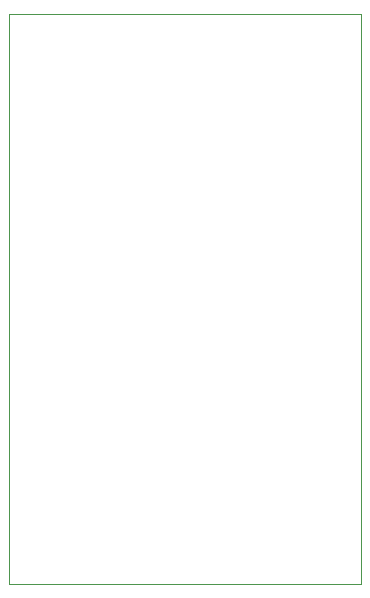
<source format=gbr>
G04 --- HEADER BEGIN --- *
%TF.GenerationSoftware,LibrePCB,LibrePCB,0.1.5*%
%TF.CreationDate,2021-05-15T07:17:11*%
%TF.ProjectId,Odometer Arduino Pro Mini - default,13410d80-bfca-4f75-a670-da1b2444d1b2,v1*%
%TF.Part,Single*%
%FSLAX66Y66*%
%MOMM*%
G01*
G74*
G04 --- HEADER END --- *
G04 --- APERTURE LIST BEGIN --- *
%ADD10C,0.001*%
G04 --- APERTURE LIST END --- *
G04 --- BOARD BEGIN --- *
D10*
X0Y0D02*
X29845000Y0D01*
X29845000Y48260000D01*
X0Y48260000D01*
X0Y0D01*
G04 --- BOARD END --- *
%TF.MD5,d7c69cbc7a542a426edb968689fd4872*%
M02*

</source>
